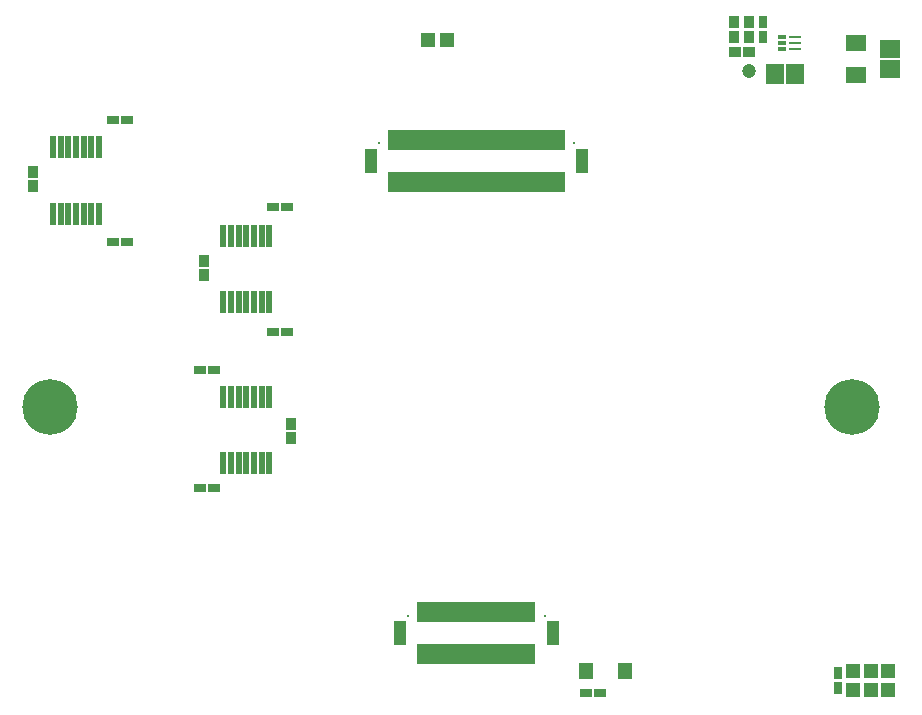
<source format=gbs>
%FSTAX23Y23*%
%MOIN*%
%SFA1B1*%

%IPPOS*%
%ADD19C,0.047370*%
%ADD20R,0.039500X0.031620*%
%ADD21C,0.008000*%
%ADD22C,0.185170*%
%ADD46R,0.019810X0.070990*%
%ADD47R,0.039500X0.078870*%
%ADD48R,0.067060X0.059180*%
%ADD49R,0.067060X0.055240*%
%ADD50R,0.035560X0.039500*%
%ADD51R,0.039310X0.007810*%
%ADD52R,0.027620X0.013840*%
%ADD53R,0.047370X0.047370*%
%ADD54R,0.045400X0.056030*%
%ADD55R,0.022000X0.074000*%
%ADD56R,0.047370X0.047370*%
%ADD57R,0.059180X0.067060*%
%ADD58R,0.031620X0.039500*%
%ADD59R,0.039500X0.035560*%
%LNmod_duo_x_g3399-1*%
%LPD*%
G54D19*
X01136Y01815D03*
G54D20*
X00641Y-00259D03*
X00594D03*
X-00403Y00944D03*
X-00451D03*
X-00937Y01245D03*
X-00984D03*
X-00693Y00425D03*
X-00646D03*
X-00693Y0082D03*
X-00646D03*
X-00403Y01361D03*
X-00451D03*
X-00937Y01653D03*
X-00984D03*
G54D21*
X00555Y01574D03*
X-00098D03*
X0Y0D03*
X00456D03*
G54D22*
X-01194Y00694D03*
X0148D03*
G54D46*
X00513Y01586D03*
X00494D03*
X00474D03*
X00454D03*
X00435D03*
X00415D03*
X00395D03*
X00375D03*
X00316D03*
X00297D03*
X00277D03*
X00257D03*
X00238D03*
X00218D03*
X00159D03*
X00139D03*
X0012D03*
X001D03*
X0008D03*
X00061D03*
X00041D03*
X00021D03*
X00001D03*
X-00017D03*
X-00037D03*
X00513Y01444D03*
X00494D03*
X00474D03*
X00454D03*
X00435D03*
X00415D03*
X00395D03*
X00375D03*
X00356D03*
X00336D03*
X00316D03*
X00297D03*
X00277D03*
X00257D03*
X00238D03*
X00218D03*
X00198D03*
X00179D03*
X00159D03*
X00139D03*
X0012D03*
X001D03*
X0008D03*
X00061D03*
X00041D03*
X00021D03*
X00001D03*
X-00017D03*
X-00037D03*
X-00057D03*
Y01586D03*
X00356D03*
X00336D03*
X00198D03*
X00179D03*
X00041Y00011D03*
Y-00129D03*
X00061D03*
X0008D03*
X001D03*
X0012D03*
X00139D03*
X00159D03*
X00179D03*
X00198D03*
X00218D03*
X00238D03*
X00257D03*
X00277D03*
X00297D03*
X00316D03*
X00336D03*
X00356D03*
X00375D03*
X00395D03*
X00415D03*
X00061Y00011D03*
X0008D03*
X001D03*
X0012D03*
X00139D03*
X00159D03*
X00179D03*
X00198D03*
X00218D03*
X00238D03*
X00257D03*
X00277D03*
X00297D03*
X00316D03*
X00336D03*
X00356D03*
X00375D03*
X00395D03*
X00415D03*
G54D47*
X-00124Y01515D03*
X0058D03*
X00482Y-00059D03*
X-00025D03*
G54D48*
X01608Y01888D03*
Y01821D03*
G54D49*
X01493Y01802D03*
Y01908D03*
G54D50*
X01088Y0193D03*
Y01977D03*
X-00391Y00591D03*
Y00638D03*
X-00681Y01136D03*
Y01183D03*
X-01251Y01433D03*
Y0148D03*
X01138Y0193D03*
Y01977D03*
G54D51*
X0129Y0189D03*
Y0191D03*
Y0193D03*
G54D52*
X01247Y0193D03*
Y0191D03*
Y0189D03*
G54D53*
X01601Y-00248D03*
Y-00185D03*
X01543D03*
Y-00248D03*
X01483Y-00185D03*
Y-00248D03*
G54D54*
X00722Y-00184D03*
X00593D03*
G54D55*
X-00615Y0073D03*
X-0059D03*
X-00564D03*
X-00539D03*
X-00513D03*
X-00487D03*
X-00462D03*
Y00508D03*
X-00487D03*
X-00513D03*
X-00539D03*
X-00564D03*
X-0059D03*
X-00615D03*
X-00462Y01266D03*
X-00487D03*
X-00513D03*
X-00539D03*
X-00564D03*
X-0059D03*
X-00615D03*
Y01044D03*
X-0059D03*
X-00564D03*
X-00539D03*
X-00513D03*
X-00487D03*
X-00462D03*
X-0103Y01561D03*
X-01055D03*
X-01081D03*
X-01106D03*
X-01132D03*
X-01157D03*
X-01183D03*
Y01339D03*
X-01157D03*
X-01132D03*
X-01106D03*
X-01081D03*
X-01055D03*
X-0103D03*
G54D56*
X00068Y01918D03*
X00131D03*
G54D57*
X01291Y01805D03*
X01224D03*
G54D58*
X01183Y01977D03*
Y0193D03*
X01433Y-00193D03*
Y-00241D03*
G54D59*
X01089Y0188D03*
X01136D03*
M02*
</source>
